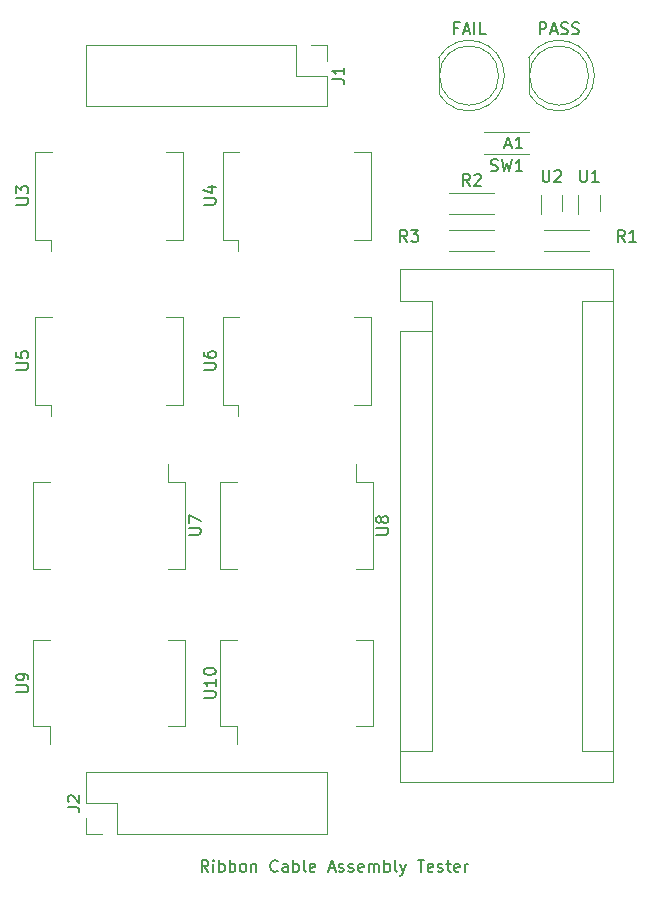
<source format=gbr>
%TF.GenerationSoftware,KiCad,Pcbnew,(6.0.4)*%
%TF.CreationDate,2022-03-26T17:54:34-04:00*%
%TF.ProjectId,Ribbon cable tester,52696262-6f6e-4206-9361-626c65207465,rev?*%
%TF.SameCoordinates,Original*%
%TF.FileFunction,Legend,Top*%
%TF.FilePolarity,Positive*%
%FSLAX46Y46*%
G04 Gerber Fmt 4.6, Leading zero omitted, Abs format (unit mm)*
G04 Created by KiCad (PCBNEW (6.0.4)) date 2022-03-26 17:54:34*
%MOMM*%
%LPD*%
G01*
G04 APERTURE LIST*
%ADD10C,0.150000*%
%ADD11C,0.120000*%
G04 APERTURE END LIST*
D10*
X122072142Y-134722380D02*
X121738809Y-134246190D01*
X121500714Y-134722380D02*
X121500714Y-133722380D01*
X121881666Y-133722380D01*
X121976904Y-133770000D01*
X122024523Y-133817619D01*
X122072142Y-133912857D01*
X122072142Y-134055714D01*
X122024523Y-134150952D01*
X121976904Y-134198571D01*
X121881666Y-134246190D01*
X121500714Y-134246190D01*
X122500714Y-134722380D02*
X122500714Y-134055714D01*
X122500714Y-133722380D02*
X122453095Y-133770000D01*
X122500714Y-133817619D01*
X122548333Y-133770000D01*
X122500714Y-133722380D01*
X122500714Y-133817619D01*
X122976904Y-134722380D02*
X122976904Y-133722380D01*
X122976904Y-134103333D02*
X123072142Y-134055714D01*
X123262619Y-134055714D01*
X123357857Y-134103333D01*
X123405476Y-134150952D01*
X123453095Y-134246190D01*
X123453095Y-134531904D01*
X123405476Y-134627142D01*
X123357857Y-134674761D01*
X123262619Y-134722380D01*
X123072142Y-134722380D01*
X122976904Y-134674761D01*
X123881666Y-134722380D02*
X123881666Y-133722380D01*
X123881666Y-134103333D02*
X123976904Y-134055714D01*
X124167380Y-134055714D01*
X124262619Y-134103333D01*
X124310238Y-134150952D01*
X124357857Y-134246190D01*
X124357857Y-134531904D01*
X124310238Y-134627142D01*
X124262619Y-134674761D01*
X124167380Y-134722380D01*
X123976904Y-134722380D01*
X123881666Y-134674761D01*
X124929285Y-134722380D02*
X124834047Y-134674761D01*
X124786428Y-134627142D01*
X124738809Y-134531904D01*
X124738809Y-134246190D01*
X124786428Y-134150952D01*
X124834047Y-134103333D01*
X124929285Y-134055714D01*
X125072142Y-134055714D01*
X125167380Y-134103333D01*
X125215000Y-134150952D01*
X125262619Y-134246190D01*
X125262619Y-134531904D01*
X125215000Y-134627142D01*
X125167380Y-134674761D01*
X125072142Y-134722380D01*
X124929285Y-134722380D01*
X125691190Y-134055714D02*
X125691190Y-134722380D01*
X125691190Y-134150952D02*
X125738809Y-134103333D01*
X125834047Y-134055714D01*
X125976904Y-134055714D01*
X126072142Y-134103333D01*
X126119761Y-134198571D01*
X126119761Y-134722380D01*
X127929285Y-134627142D02*
X127881666Y-134674761D01*
X127738809Y-134722380D01*
X127643571Y-134722380D01*
X127500714Y-134674761D01*
X127405476Y-134579523D01*
X127357857Y-134484285D01*
X127310238Y-134293809D01*
X127310238Y-134150952D01*
X127357857Y-133960476D01*
X127405476Y-133865238D01*
X127500714Y-133770000D01*
X127643571Y-133722380D01*
X127738809Y-133722380D01*
X127881666Y-133770000D01*
X127929285Y-133817619D01*
X128786428Y-134722380D02*
X128786428Y-134198571D01*
X128738809Y-134103333D01*
X128643571Y-134055714D01*
X128453095Y-134055714D01*
X128357857Y-134103333D01*
X128786428Y-134674761D02*
X128691190Y-134722380D01*
X128453095Y-134722380D01*
X128357857Y-134674761D01*
X128310238Y-134579523D01*
X128310238Y-134484285D01*
X128357857Y-134389047D01*
X128453095Y-134341428D01*
X128691190Y-134341428D01*
X128786428Y-134293809D01*
X129262619Y-134722380D02*
X129262619Y-133722380D01*
X129262619Y-134103333D02*
X129357857Y-134055714D01*
X129548333Y-134055714D01*
X129643571Y-134103333D01*
X129691190Y-134150952D01*
X129738809Y-134246190D01*
X129738809Y-134531904D01*
X129691190Y-134627142D01*
X129643571Y-134674761D01*
X129548333Y-134722380D01*
X129357857Y-134722380D01*
X129262619Y-134674761D01*
X130310238Y-134722380D02*
X130215000Y-134674761D01*
X130167380Y-134579523D01*
X130167380Y-133722380D01*
X131072142Y-134674761D02*
X130976904Y-134722380D01*
X130786428Y-134722380D01*
X130691190Y-134674761D01*
X130643571Y-134579523D01*
X130643571Y-134198571D01*
X130691190Y-134103333D01*
X130786428Y-134055714D01*
X130976904Y-134055714D01*
X131072142Y-134103333D01*
X131119761Y-134198571D01*
X131119761Y-134293809D01*
X130643571Y-134389047D01*
X132262619Y-134436666D02*
X132738809Y-134436666D01*
X132167380Y-134722380D02*
X132500714Y-133722380D01*
X132834047Y-134722380D01*
X133119761Y-134674761D02*
X133215000Y-134722380D01*
X133405476Y-134722380D01*
X133500714Y-134674761D01*
X133548333Y-134579523D01*
X133548333Y-134531904D01*
X133500714Y-134436666D01*
X133405476Y-134389047D01*
X133262619Y-134389047D01*
X133167380Y-134341428D01*
X133119761Y-134246190D01*
X133119761Y-134198571D01*
X133167380Y-134103333D01*
X133262619Y-134055714D01*
X133405476Y-134055714D01*
X133500714Y-134103333D01*
X133929285Y-134674761D02*
X134024523Y-134722380D01*
X134215000Y-134722380D01*
X134310238Y-134674761D01*
X134357857Y-134579523D01*
X134357857Y-134531904D01*
X134310238Y-134436666D01*
X134215000Y-134389047D01*
X134072142Y-134389047D01*
X133976904Y-134341428D01*
X133929285Y-134246190D01*
X133929285Y-134198571D01*
X133976904Y-134103333D01*
X134072142Y-134055714D01*
X134215000Y-134055714D01*
X134310238Y-134103333D01*
X135167380Y-134674761D02*
X135072142Y-134722380D01*
X134881666Y-134722380D01*
X134786428Y-134674761D01*
X134738809Y-134579523D01*
X134738809Y-134198571D01*
X134786428Y-134103333D01*
X134881666Y-134055714D01*
X135072142Y-134055714D01*
X135167380Y-134103333D01*
X135215000Y-134198571D01*
X135215000Y-134293809D01*
X134738809Y-134389047D01*
X135643571Y-134722380D02*
X135643571Y-134055714D01*
X135643571Y-134150952D02*
X135691190Y-134103333D01*
X135786428Y-134055714D01*
X135929285Y-134055714D01*
X136024523Y-134103333D01*
X136072142Y-134198571D01*
X136072142Y-134722380D01*
X136072142Y-134198571D02*
X136119761Y-134103333D01*
X136215000Y-134055714D01*
X136357857Y-134055714D01*
X136453095Y-134103333D01*
X136500714Y-134198571D01*
X136500714Y-134722380D01*
X136976904Y-134722380D02*
X136976904Y-133722380D01*
X136976904Y-134103333D02*
X137072142Y-134055714D01*
X137262619Y-134055714D01*
X137357857Y-134103333D01*
X137405476Y-134150952D01*
X137453095Y-134246190D01*
X137453095Y-134531904D01*
X137405476Y-134627142D01*
X137357857Y-134674761D01*
X137262619Y-134722380D01*
X137072142Y-134722380D01*
X136976904Y-134674761D01*
X138024523Y-134722380D02*
X137929285Y-134674761D01*
X137881666Y-134579523D01*
X137881666Y-133722380D01*
X138310238Y-134055714D02*
X138548333Y-134722380D01*
X138786428Y-134055714D02*
X138548333Y-134722380D01*
X138453095Y-134960476D01*
X138405476Y-135008095D01*
X138310238Y-135055714D01*
X139786428Y-133722380D02*
X140357857Y-133722380D01*
X140072142Y-134722380D02*
X140072142Y-133722380D01*
X141072142Y-134674761D02*
X140976904Y-134722380D01*
X140786428Y-134722380D01*
X140691190Y-134674761D01*
X140643571Y-134579523D01*
X140643571Y-134198571D01*
X140691190Y-134103333D01*
X140786428Y-134055714D01*
X140976904Y-134055714D01*
X141072142Y-134103333D01*
X141119761Y-134198571D01*
X141119761Y-134293809D01*
X140643571Y-134389047D01*
X141500714Y-134674761D02*
X141595952Y-134722380D01*
X141786428Y-134722380D01*
X141881666Y-134674761D01*
X141929285Y-134579523D01*
X141929285Y-134531904D01*
X141881666Y-134436666D01*
X141786428Y-134389047D01*
X141643571Y-134389047D01*
X141548333Y-134341428D01*
X141500714Y-134246190D01*
X141500714Y-134198571D01*
X141548333Y-134103333D01*
X141643571Y-134055714D01*
X141786428Y-134055714D01*
X141881666Y-134103333D01*
X142215000Y-134055714D02*
X142595952Y-134055714D01*
X142357857Y-133722380D02*
X142357857Y-134579523D01*
X142405476Y-134674761D01*
X142500714Y-134722380D01*
X142595952Y-134722380D01*
X143310238Y-134674761D02*
X143215000Y-134722380D01*
X143024523Y-134722380D01*
X142929285Y-134674761D01*
X142881666Y-134579523D01*
X142881666Y-134198571D01*
X142929285Y-134103333D01*
X143024523Y-134055714D01*
X143215000Y-134055714D01*
X143310238Y-134103333D01*
X143357857Y-134198571D01*
X143357857Y-134293809D01*
X142881666Y-134389047D01*
X143786428Y-134722380D02*
X143786428Y-134055714D01*
X143786428Y-134246190D02*
X143834047Y-134150952D01*
X143881666Y-134103333D01*
X143976904Y-134055714D01*
X144072142Y-134055714D01*
%TO.C,U10*%
X121692380Y-119983095D02*
X122501904Y-119983095D01*
X122597142Y-119935476D01*
X122644761Y-119887857D01*
X122692380Y-119792619D01*
X122692380Y-119602142D01*
X122644761Y-119506904D01*
X122597142Y-119459285D01*
X122501904Y-119411666D01*
X121692380Y-119411666D01*
X122692380Y-118411666D02*
X122692380Y-118983095D01*
X122692380Y-118697380D02*
X121692380Y-118697380D01*
X121835238Y-118792619D01*
X121930476Y-118887857D01*
X121978095Y-118983095D01*
X121692380Y-117792619D02*
X121692380Y-117697380D01*
X121740000Y-117602142D01*
X121787619Y-117554523D01*
X121882857Y-117506904D01*
X122073333Y-117459285D01*
X122311428Y-117459285D01*
X122501904Y-117506904D01*
X122597142Y-117554523D01*
X122644761Y-117602142D01*
X122692380Y-117697380D01*
X122692380Y-117792619D01*
X122644761Y-117887857D01*
X122597142Y-117935476D01*
X122501904Y-117983095D01*
X122311428Y-118030714D01*
X122073333Y-118030714D01*
X121882857Y-117983095D01*
X121787619Y-117935476D01*
X121740000Y-117887857D01*
X121692380Y-117792619D01*
%TO.C,U9*%
X105817380Y-119506904D02*
X106626904Y-119506904D01*
X106722142Y-119459285D01*
X106769761Y-119411666D01*
X106817380Y-119316428D01*
X106817380Y-119125952D01*
X106769761Y-119030714D01*
X106722142Y-118983095D01*
X106626904Y-118935476D01*
X105817380Y-118935476D01*
X106817380Y-118411666D02*
X106817380Y-118221190D01*
X106769761Y-118125952D01*
X106722142Y-118078333D01*
X106579285Y-117983095D01*
X106388809Y-117935476D01*
X106007857Y-117935476D01*
X105912619Y-117983095D01*
X105865000Y-118030714D01*
X105817380Y-118125952D01*
X105817380Y-118316428D01*
X105865000Y-118411666D01*
X105912619Y-118459285D01*
X106007857Y-118506904D01*
X106245952Y-118506904D01*
X106341190Y-118459285D01*
X106388809Y-118411666D01*
X106436428Y-118316428D01*
X106436428Y-118125952D01*
X106388809Y-118030714D01*
X106341190Y-117983095D01*
X106245952Y-117935476D01*
%TO.C,U8*%
X136292380Y-106171904D02*
X137101904Y-106171904D01*
X137197142Y-106124285D01*
X137244761Y-106076666D01*
X137292380Y-105981428D01*
X137292380Y-105790952D01*
X137244761Y-105695714D01*
X137197142Y-105648095D01*
X137101904Y-105600476D01*
X136292380Y-105600476D01*
X136720952Y-104981428D02*
X136673333Y-105076666D01*
X136625714Y-105124285D01*
X136530476Y-105171904D01*
X136482857Y-105171904D01*
X136387619Y-105124285D01*
X136340000Y-105076666D01*
X136292380Y-104981428D01*
X136292380Y-104790952D01*
X136340000Y-104695714D01*
X136387619Y-104648095D01*
X136482857Y-104600476D01*
X136530476Y-104600476D01*
X136625714Y-104648095D01*
X136673333Y-104695714D01*
X136720952Y-104790952D01*
X136720952Y-104981428D01*
X136768571Y-105076666D01*
X136816190Y-105124285D01*
X136911428Y-105171904D01*
X137101904Y-105171904D01*
X137197142Y-105124285D01*
X137244761Y-105076666D01*
X137292380Y-104981428D01*
X137292380Y-104790952D01*
X137244761Y-104695714D01*
X137197142Y-104648095D01*
X137101904Y-104600476D01*
X136911428Y-104600476D01*
X136816190Y-104648095D01*
X136768571Y-104695714D01*
X136720952Y-104790952D01*
%TO.C,U7*%
X120417380Y-106171904D02*
X121226904Y-106171904D01*
X121322142Y-106124285D01*
X121369761Y-106076666D01*
X121417380Y-105981428D01*
X121417380Y-105790952D01*
X121369761Y-105695714D01*
X121322142Y-105648095D01*
X121226904Y-105600476D01*
X120417380Y-105600476D01*
X120417380Y-105219523D02*
X120417380Y-104552857D01*
X121417380Y-104981428D01*
%TO.C,U6*%
X121692380Y-92201904D02*
X122501904Y-92201904D01*
X122597142Y-92154285D01*
X122644761Y-92106666D01*
X122692380Y-92011428D01*
X122692380Y-91820952D01*
X122644761Y-91725714D01*
X122597142Y-91678095D01*
X122501904Y-91630476D01*
X121692380Y-91630476D01*
X121692380Y-90725714D02*
X121692380Y-90916190D01*
X121740000Y-91011428D01*
X121787619Y-91059047D01*
X121930476Y-91154285D01*
X122120952Y-91201904D01*
X122501904Y-91201904D01*
X122597142Y-91154285D01*
X122644761Y-91106666D01*
X122692380Y-91011428D01*
X122692380Y-90820952D01*
X122644761Y-90725714D01*
X122597142Y-90678095D01*
X122501904Y-90630476D01*
X122263809Y-90630476D01*
X122168571Y-90678095D01*
X122120952Y-90725714D01*
X122073333Y-90820952D01*
X122073333Y-91011428D01*
X122120952Y-91106666D01*
X122168571Y-91154285D01*
X122263809Y-91201904D01*
%TO.C,U5*%
X105817380Y-92201904D02*
X106626904Y-92201904D01*
X106722142Y-92154285D01*
X106769761Y-92106666D01*
X106817380Y-92011428D01*
X106817380Y-91820952D01*
X106769761Y-91725714D01*
X106722142Y-91678095D01*
X106626904Y-91630476D01*
X105817380Y-91630476D01*
X105817380Y-90678095D02*
X105817380Y-91154285D01*
X106293571Y-91201904D01*
X106245952Y-91154285D01*
X106198333Y-91059047D01*
X106198333Y-90820952D01*
X106245952Y-90725714D01*
X106293571Y-90678095D01*
X106388809Y-90630476D01*
X106626904Y-90630476D01*
X106722142Y-90678095D01*
X106769761Y-90725714D01*
X106817380Y-90820952D01*
X106817380Y-91059047D01*
X106769761Y-91154285D01*
X106722142Y-91201904D01*
%TO.C,U4*%
X121692380Y-78231904D02*
X122501904Y-78231904D01*
X122597142Y-78184285D01*
X122644761Y-78136666D01*
X122692380Y-78041428D01*
X122692380Y-77850952D01*
X122644761Y-77755714D01*
X122597142Y-77708095D01*
X122501904Y-77660476D01*
X121692380Y-77660476D01*
X122025714Y-76755714D02*
X122692380Y-76755714D01*
X121644761Y-76993809D02*
X122359047Y-77231904D01*
X122359047Y-76612857D01*
%TO.C,U3*%
X105817380Y-78231904D02*
X106626904Y-78231904D01*
X106722142Y-78184285D01*
X106769761Y-78136666D01*
X106817380Y-78041428D01*
X106817380Y-77850952D01*
X106769761Y-77755714D01*
X106722142Y-77708095D01*
X106626904Y-77660476D01*
X105817380Y-77660476D01*
X105817380Y-77279523D02*
X105817380Y-76660476D01*
X106198333Y-76993809D01*
X106198333Y-76850952D01*
X106245952Y-76755714D01*
X106293571Y-76708095D01*
X106388809Y-76660476D01*
X106626904Y-76660476D01*
X106722142Y-76708095D01*
X106769761Y-76755714D01*
X106817380Y-76850952D01*
X106817380Y-77136666D01*
X106769761Y-77231904D01*
X106722142Y-77279523D01*
%TO.C,U2*%
X150368095Y-75302380D02*
X150368095Y-76111904D01*
X150415714Y-76207142D01*
X150463333Y-76254761D01*
X150558571Y-76302380D01*
X150749047Y-76302380D01*
X150844285Y-76254761D01*
X150891904Y-76207142D01*
X150939523Y-76111904D01*
X150939523Y-75302380D01*
X151368095Y-75397619D02*
X151415714Y-75350000D01*
X151510952Y-75302380D01*
X151749047Y-75302380D01*
X151844285Y-75350000D01*
X151891904Y-75397619D01*
X151939523Y-75492857D01*
X151939523Y-75588095D01*
X151891904Y-75730952D01*
X151320476Y-76302380D01*
X151939523Y-76302380D01*
%TO.C,U1*%
X153543095Y-75302380D02*
X153543095Y-76111904D01*
X153590714Y-76207142D01*
X153638333Y-76254761D01*
X153733571Y-76302380D01*
X153924047Y-76302380D01*
X154019285Y-76254761D01*
X154066904Y-76207142D01*
X154114523Y-76111904D01*
X154114523Y-75302380D01*
X155114523Y-76302380D02*
X154543095Y-76302380D01*
X154828809Y-76302380D02*
X154828809Y-75302380D01*
X154733571Y-75445238D01*
X154638333Y-75540476D01*
X154543095Y-75588095D01*
%TO.C,SW1*%
X145986666Y-75349761D02*
X146129523Y-75397380D01*
X146367619Y-75397380D01*
X146462857Y-75349761D01*
X146510476Y-75302142D01*
X146558095Y-75206904D01*
X146558095Y-75111666D01*
X146510476Y-75016428D01*
X146462857Y-74968809D01*
X146367619Y-74921190D01*
X146177142Y-74873571D01*
X146081904Y-74825952D01*
X146034285Y-74778333D01*
X145986666Y-74683095D01*
X145986666Y-74587857D01*
X146034285Y-74492619D01*
X146081904Y-74445000D01*
X146177142Y-74397380D01*
X146415238Y-74397380D01*
X146558095Y-74445000D01*
X146891428Y-74397380D02*
X147129523Y-75397380D01*
X147320000Y-74683095D01*
X147510476Y-75397380D01*
X147748571Y-74397380D01*
X148653333Y-75397380D02*
X148081904Y-75397380D01*
X148367619Y-75397380D02*
X148367619Y-74397380D01*
X148272380Y-74540238D01*
X148177142Y-74635476D01*
X148081904Y-74683095D01*
%TO.C,R3*%
X138898333Y-81382380D02*
X138565000Y-80906190D01*
X138326904Y-81382380D02*
X138326904Y-80382380D01*
X138707857Y-80382380D01*
X138803095Y-80430000D01*
X138850714Y-80477619D01*
X138898333Y-80572857D01*
X138898333Y-80715714D01*
X138850714Y-80810952D01*
X138803095Y-80858571D01*
X138707857Y-80906190D01*
X138326904Y-80906190D01*
X139231666Y-80382380D02*
X139850714Y-80382380D01*
X139517380Y-80763333D01*
X139660238Y-80763333D01*
X139755476Y-80810952D01*
X139803095Y-80858571D01*
X139850714Y-80953809D01*
X139850714Y-81191904D01*
X139803095Y-81287142D01*
X139755476Y-81334761D01*
X139660238Y-81382380D01*
X139374523Y-81382380D01*
X139279285Y-81334761D01*
X139231666Y-81287142D01*
%TO.C,R2*%
X144203333Y-76662380D02*
X143870000Y-76186190D01*
X143631904Y-76662380D02*
X143631904Y-75662380D01*
X144012857Y-75662380D01*
X144108095Y-75710000D01*
X144155714Y-75757619D01*
X144203333Y-75852857D01*
X144203333Y-75995714D01*
X144155714Y-76090952D01*
X144108095Y-76138571D01*
X144012857Y-76186190D01*
X143631904Y-76186190D01*
X144584285Y-75757619D02*
X144631904Y-75710000D01*
X144727142Y-75662380D01*
X144965238Y-75662380D01*
X145060476Y-75710000D01*
X145108095Y-75757619D01*
X145155714Y-75852857D01*
X145155714Y-75948095D01*
X145108095Y-76090952D01*
X144536666Y-76662380D01*
X145155714Y-76662380D01*
%TO.C,R1*%
X157313333Y-81382380D02*
X156980000Y-80906190D01*
X156741904Y-81382380D02*
X156741904Y-80382380D01*
X157122857Y-80382380D01*
X157218095Y-80430000D01*
X157265714Y-80477619D01*
X157313333Y-80572857D01*
X157313333Y-80715714D01*
X157265714Y-80810952D01*
X157218095Y-80858571D01*
X157122857Y-80906190D01*
X156741904Y-80906190D01*
X158265714Y-81382380D02*
X157694285Y-81382380D01*
X157980000Y-81382380D02*
X157980000Y-80382380D01*
X157884761Y-80525238D01*
X157789523Y-80620476D01*
X157694285Y-80668095D01*
%TO.C,J2*%
X110152380Y-129243333D02*
X110866666Y-129243333D01*
X111009523Y-129290952D01*
X111104761Y-129386190D01*
X111152380Y-129529047D01*
X111152380Y-129624285D01*
X110247619Y-128814761D02*
X110200000Y-128767142D01*
X110152380Y-128671904D01*
X110152380Y-128433809D01*
X110200000Y-128338571D01*
X110247619Y-128290952D01*
X110342857Y-128243333D01*
X110438095Y-128243333D01*
X110580952Y-128290952D01*
X111152380Y-128862380D01*
X111152380Y-128243333D01*
%TO.C,J1*%
X132577380Y-67638333D02*
X133291666Y-67638333D01*
X133434523Y-67685952D01*
X133529761Y-67781190D01*
X133577380Y-67924047D01*
X133577380Y-68019285D01*
X133577380Y-66638333D02*
X133577380Y-67209761D01*
X133577380Y-66924047D02*
X132577380Y-66924047D01*
X132720238Y-67019285D01*
X132815476Y-67114523D01*
X132863095Y-67209761D01*
%TO.C,FAIL*%
X143211428Y-63278571D02*
X142878095Y-63278571D01*
X142878095Y-63802380D02*
X142878095Y-62802380D01*
X143354285Y-62802380D01*
X143687619Y-63516666D02*
X144163809Y-63516666D01*
X143592380Y-63802380D02*
X143925714Y-62802380D01*
X144259047Y-63802380D01*
X144592380Y-63802380D02*
X144592380Y-62802380D01*
X145544761Y-63802380D02*
X145068571Y-63802380D01*
X145068571Y-62802380D01*
%TO.C,PASS*%
X150117142Y-63802380D02*
X150117142Y-62802380D01*
X150498095Y-62802380D01*
X150593333Y-62850000D01*
X150640952Y-62897619D01*
X150688571Y-62992857D01*
X150688571Y-63135714D01*
X150640952Y-63230952D01*
X150593333Y-63278571D01*
X150498095Y-63326190D01*
X150117142Y-63326190D01*
X151069523Y-63516666D02*
X151545714Y-63516666D01*
X150974285Y-63802380D02*
X151307619Y-62802380D01*
X151640952Y-63802380D01*
X151926666Y-63754761D02*
X152069523Y-63802380D01*
X152307619Y-63802380D01*
X152402857Y-63754761D01*
X152450476Y-63707142D01*
X152498095Y-63611904D01*
X152498095Y-63516666D01*
X152450476Y-63421428D01*
X152402857Y-63373809D01*
X152307619Y-63326190D01*
X152117142Y-63278571D01*
X152021904Y-63230952D01*
X151974285Y-63183333D01*
X151926666Y-63088095D01*
X151926666Y-62992857D01*
X151974285Y-62897619D01*
X152021904Y-62850000D01*
X152117142Y-62802380D01*
X152355238Y-62802380D01*
X152498095Y-62850000D01*
X152879047Y-63754761D02*
X153021904Y-63802380D01*
X153260000Y-63802380D01*
X153355238Y-63754761D01*
X153402857Y-63707142D01*
X153450476Y-63611904D01*
X153450476Y-63516666D01*
X153402857Y-63421428D01*
X153355238Y-63373809D01*
X153260000Y-63326190D01*
X153069523Y-63278571D01*
X152974285Y-63230952D01*
X152926666Y-63183333D01*
X152879047Y-63088095D01*
X152879047Y-62992857D01*
X152926666Y-62897619D01*
X152974285Y-62850000D01*
X153069523Y-62802380D01*
X153307619Y-62802380D01*
X153450476Y-62850000D01*
%TO.C,A1*%
X147230714Y-73191666D02*
X147706904Y-73191666D01*
X147135476Y-73477380D02*
X147468809Y-72477380D01*
X147802142Y-73477380D01*
X148659285Y-73477380D02*
X148087857Y-73477380D01*
X148373571Y-73477380D02*
X148373571Y-72477380D01*
X148278333Y-72620238D01*
X148183095Y-72715476D01*
X148087857Y-72763095D01*
D11*
%TO.C,U10*%
X136000000Y-118745000D02*
X136000000Y-115080000D01*
X136000000Y-115080000D02*
X134545000Y-115080000D01*
X136000000Y-118745000D02*
X136000000Y-122410000D01*
X136000000Y-122410000D02*
X134545000Y-122410000D01*
X123080000Y-118745000D02*
X123080000Y-115080000D01*
X123080000Y-115080000D02*
X124535000Y-115080000D01*
X123080000Y-118745000D02*
X123080000Y-122410000D01*
X123080000Y-122410000D02*
X124535000Y-122410000D01*
X124535000Y-122410000D02*
X124535000Y-123920000D01*
%TO.C,U9*%
X120125000Y-118745000D02*
X120125000Y-115080000D01*
X120125000Y-115080000D02*
X118670000Y-115080000D01*
X120125000Y-118745000D02*
X120125000Y-122410000D01*
X120125000Y-122410000D02*
X118670000Y-122410000D01*
X107205000Y-118745000D02*
X107205000Y-115080000D01*
X107205000Y-115080000D02*
X108660000Y-115080000D01*
X107205000Y-118745000D02*
X107205000Y-122410000D01*
X107205000Y-122410000D02*
X108660000Y-122410000D01*
X108660000Y-122410000D02*
X108660000Y-123920000D01*
%TO.C,U8*%
X123080000Y-105410000D02*
X123080000Y-109075000D01*
X123080000Y-109075000D02*
X124535000Y-109075000D01*
X123080000Y-105410000D02*
X123080000Y-101745000D01*
X123080000Y-101745000D02*
X124535000Y-101745000D01*
X136000000Y-105410000D02*
X136000000Y-109075000D01*
X136000000Y-109075000D02*
X134545000Y-109075000D01*
X136000000Y-105410000D02*
X136000000Y-101745000D01*
X136000000Y-101745000D02*
X134545000Y-101745000D01*
X134545000Y-101745000D02*
X134545000Y-100235000D01*
%TO.C,U7*%
X107205000Y-105410000D02*
X107205000Y-109075000D01*
X107205000Y-109075000D02*
X108660000Y-109075000D01*
X107205000Y-105410000D02*
X107205000Y-101745000D01*
X107205000Y-101745000D02*
X108660000Y-101745000D01*
X120125000Y-105410000D02*
X120125000Y-109075000D01*
X120125000Y-109075000D02*
X118670000Y-109075000D01*
X120125000Y-105410000D02*
X120125000Y-101745000D01*
X120125000Y-101745000D02*
X118670000Y-101745000D01*
X118670000Y-101745000D02*
X118670000Y-100235000D01*
%TO.C,U6*%
X123270000Y-95170000D02*
X123270000Y-87710000D01*
X123270000Y-87710000D02*
X124690000Y-87710000D01*
X123270000Y-95170000D02*
X124590000Y-95170000D01*
X135810000Y-95170000D02*
X134390000Y-95170000D01*
X124590000Y-96140000D02*
X124590000Y-95170000D01*
X135810000Y-87710000D02*
X134390000Y-87710000D01*
X135810000Y-95170000D02*
X135810000Y-87710000D01*
%TO.C,U5*%
X107395000Y-95170000D02*
X107395000Y-87710000D01*
X107395000Y-87710000D02*
X108815000Y-87710000D01*
X107395000Y-95170000D02*
X108715000Y-95170000D01*
X119935000Y-95170000D02*
X118515000Y-95170000D01*
X108715000Y-96140000D02*
X108715000Y-95170000D01*
X119935000Y-87710000D02*
X118515000Y-87710000D01*
X119935000Y-95170000D02*
X119935000Y-87710000D01*
%TO.C,U4*%
X123270000Y-81200000D02*
X123270000Y-73740000D01*
X123270000Y-73740000D02*
X124690000Y-73740000D01*
X123270000Y-81200000D02*
X124590000Y-81200000D01*
X135810000Y-81200000D02*
X134390000Y-81200000D01*
X124590000Y-82170000D02*
X124590000Y-81200000D01*
X135810000Y-73740000D02*
X134390000Y-73740000D01*
X135810000Y-81200000D02*
X135810000Y-73740000D01*
%TO.C,U3*%
X107395000Y-81200000D02*
X107395000Y-73740000D01*
X107395000Y-73740000D02*
X108815000Y-73740000D01*
X107395000Y-81200000D02*
X108715000Y-81200000D01*
X119935000Y-81200000D02*
X118515000Y-81200000D01*
X108715000Y-82170000D02*
X108715000Y-81200000D01*
X119935000Y-73740000D02*
X118515000Y-73740000D01*
X119935000Y-81200000D02*
X119935000Y-73740000D01*
%TO.C,U2*%
X150230000Y-79005000D02*
X150230000Y-77455000D01*
X152030000Y-77455000D02*
X152030000Y-78755000D01*
%TO.C,U1*%
X153405000Y-79005000D02*
X153405000Y-77455000D01*
X155205000Y-77455000D02*
X155205000Y-78755000D01*
%TO.C,SW1*%
X149240000Y-72105000D02*
X145400000Y-72105000D01*
X149240000Y-73945000D02*
X145400000Y-73945000D01*
%TO.C,R3*%
X142450000Y-82200000D02*
X146290000Y-82200000D01*
X142450000Y-80360000D02*
X146290000Y-80360000D01*
%TO.C,R2*%
X142450000Y-79050000D02*
X146290000Y-79050000D01*
X142450000Y-77210000D02*
X146290000Y-77210000D01*
%TO.C,R1*%
X150480000Y-82200000D02*
X154320000Y-82200000D01*
X150480000Y-80360000D02*
X154320000Y-80360000D01*
%TO.C,J2*%
X114300000Y-128910000D02*
X111700000Y-128910000D01*
X114300000Y-131510000D02*
X132140000Y-131510000D01*
X111700000Y-126310000D02*
X132140000Y-126310000D01*
X114300000Y-131510000D02*
X114300000Y-128910000D01*
X132140000Y-131510000D02*
X132140000Y-126310000D01*
X111700000Y-128910000D02*
X111700000Y-126310000D01*
X113030000Y-131510000D02*
X111700000Y-131510000D01*
X111700000Y-131510000D02*
X111700000Y-130180000D01*
%TO.C,J1*%
X129525000Y-67305000D02*
X132125000Y-67305000D01*
X129525000Y-64705000D02*
X111685000Y-64705000D01*
X132125000Y-69905000D02*
X111685000Y-69905000D01*
X129525000Y-64705000D02*
X129525000Y-67305000D01*
X111685000Y-64705000D02*
X111685000Y-69905000D01*
X132125000Y-67305000D02*
X132125000Y-69905000D01*
X130795000Y-64705000D02*
X132125000Y-64705000D01*
X132125000Y-64705000D02*
X132125000Y-66035000D01*
%TO.C,FAIL*%
X141580000Y-65765000D02*
X141580000Y-68855000D01*
X141580000Y-68854830D02*
G75*
G03*
X147130000Y-67309538I2560000J1544830D01*
G01*
X147130000Y-67310462D02*
G75*
G03*
X141580000Y-65765170I-2990000J462D01*
G01*
X146640000Y-67310000D02*
G75*
G03*
X146640000Y-67310000I-2500000J0D01*
G01*
%TO.C,PASS*%
X149200000Y-65765000D02*
X149200000Y-68855000D01*
X149200000Y-68854830D02*
G75*
G03*
X154750000Y-67309538I2560000J1544830D01*
G01*
X154750000Y-67310462D02*
G75*
G03*
X149200000Y-65765170I-2990000J462D01*
G01*
X154260000Y-67310000D02*
G75*
G03*
X154260000Y-67310000I-2500000J0D01*
G01*
%TO.C,A1*%
X140980000Y-86360000D02*
X138310000Y-86360000D01*
X156350000Y-127130000D02*
X156350000Y-83690000D01*
X138310000Y-88900000D02*
X138310000Y-127130000D01*
X140980000Y-124460000D02*
X138310000Y-124460000D01*
X153680000Y-86360000D02*
X153680000Y-124460000D01*
X140980000Y-88900000D02*
X140980000Y-86360000D01*
X153680000Y-124460000D02*
X156350000Y-124460000D01*
X153680000Y-86360000D02*
X156350000Y-86360000D01*
X140980000Y-88900000D02*
X138310000Y-88900000D01*
X156350000Y-83690000D02*
X138310000Y-83690000D01*
X138310000Y-127130000D02*
X156350000Y-127130000D01*
X138310000Y-83690000D02*
X138310000Y-86360000D01*
X140980000Y-88900000D02*
X140980000Y-124460000D01*
%TD*%
M02*

</source>
